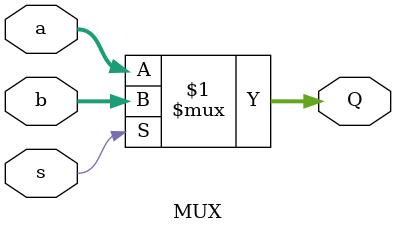
<source format=v>
module MUX (a, b, s, Q);

   input [31:0] a;
   input [31:0] b;
   input s;
   output [31:0] Q;

   assign Q = s ? b : a;
   
endmodule
</source>
